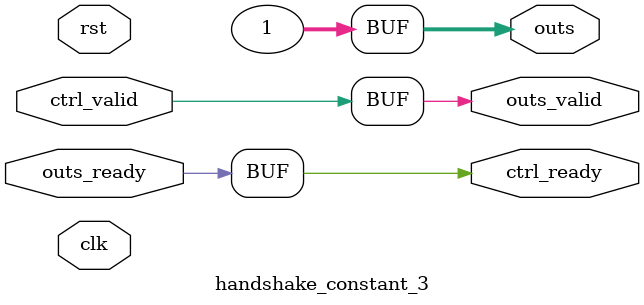
<source format=v>
`timescale 1ns / 1ps
module handshake_constant_3 #(
  parameter DATA_WIDTH = 32  // Default set to 32 bits
) (
  input                       clk,
  input                       rst,
  // Input Channel
  input                       ctrl_valid,
  output                      ctrl_ready,
  // Output Channel
  output [DATA_WIDTH - 1 : 0] outs,
  output                      outs_valid,
  input                       outs_ready
);
  assign outs       = 2'b01;
  assign outs_valid = ctrl_valid;
  assign ctrl_ready = outs_ready;

endmodule

</source>
